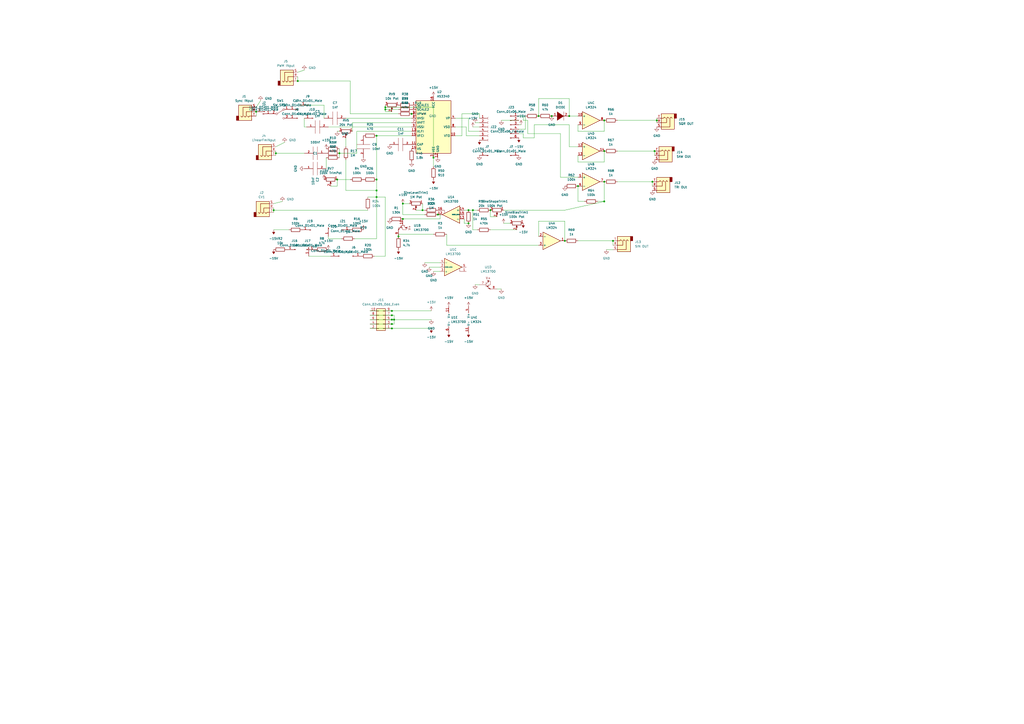
<source format=kicad_sch>
(kicad_sch (version 20211123) (generator eeschema)
  (paper "A2")
  (lib_symbols
    (symbol "Amplifier_Operational:LM13700" (pin_names (offset 0.127))
      (property "Reference" "U" (at 3.81 5.08 0))
      (property "Value" "LM13700" (at 5.08 -5.08 0))
      (symbol "LM13700_1_1"
        (pin output line (at 7.62 0 180) (length 2.54) (name "~") (number "12"))
        (pin input line (at -7.62 2.54 0) (length 2.54) (name "-") (number "13"))
        (pin input line (at -7.62 -2.54 0) (length 2.54) (name "+") (number "14"))
        (pin input line (at -7.62 0 0) (length 2.54) (name "DIODE_BIAS") (number "15"))
        (pin input line (at 7.62 -2.54 180) (length 2.54) (name "~") (number "16"))
      )
      (symbol "LM13700_2_1"
        (text "V+" (at -2.54 3.81 0) (effects (font (size 1.27 1.27))))
        (pin input line (at -7.62 0 0) (length 3.81) (name "~") (number "10"))
        (pin output line (at 2.54 -2.54 180) (length 3.81) (name "~") (number "9"))
      )
      (symbol "LM13700_3_1"
        (pin input line (at 7.62 -2.54 180) (length 2.54) (name "~") (number "1"))
        (pin input line (at -7.62 0 0) (length 2.54) (name "DIODE_BIAS") (number "2"))
        (pin input line (at -7.62 -2.54 0) (length 2.54) (name "+") (number "3"))
        (pin input line (at -7.62 2.54 0) (length 2.54) (name "-") (number "4"))
        (pin output line (at 7.62 0 180) (length 2.54) (name "~") (number "5"))
      )
      (symbol "LM13700_4_0"
        (text "V+" (at -2.54 3.81 0) (effects (font (size 1.27 1.27))))
      )
      (symbol "LM13700_4_1"
        (pin input line (at -7.62 0 0) (length 3.81) (name "~") (number "7"))
        (pin output line (at 2.54 -2.54 180) (length 3.81) (name "~") (number "8"))
      )
      (symbol "LM13700_5_1"
        (pin power_in line (at -2.54 7.62 270) (length 3.81) (name "V+") (number "11"))
        (pin power_in line (at -2.54 -7.62 90) (length 3.81) (name "V-") (number "6"))
      )
    )
    (symbol "Amplifier_Operational:LM324" (pin_names (offset 0.127))
      (property "Reference" "U" (at 0 5.08 0))
      (property "Value" "LM324" (at 0 -5.08 0))
      (symbol "LM324_1_1"
        (pin output line (at 7.62 0 180) (length 2.54) (name "~") (number "1"))
        (pin input line (at -7.62 -2.54 0) (length 2.54) (name "-") (number "2"))
        (pin input line (at -7.62 2.54 0) (length 2.54) (name "+") (number "3"))
      )
      (symbol "LM324_2_1"
        (pin input line (at -7.62 2.54 0) (length 2.54) (name "+") (number "5"))
        (pin input line (at -7.62 -2.54 0) (length 2.54) (name "-") (number "6"))
        (pin output line (at 7.62 0 180) (length 2.54) (name "~") (number "7"))
      )
      (symbol "LM324_3_1"
        (pin input line (at -7.62 2.54 0) (length 2.54) (name "+") (number "10"))
        (pin output line (at 7.62 0 180) (length 2.54) (name "~") (number "8"))
        (pin input line (at -7.62 -2.54 0) (length 2.54) (name "-") (number "9"))
      )
      (symbol "LM324_4_1"
        (pin input line (at -7.62 2.54 0) (length 2.54) (name "+") (number "12"))
        (pin input line (at -7.62 -2.54 0) (length 2.54) (name "-") (number "13"))
        (pin output line (at 7.62 0 180) (length 2.54) (name "~") (number "14"))
      )
      (symbol "LM324_5_1"
        (pin power_in line (at -2.54 -7.62 90) (length 3.81) (name "V-") (number "11"))
        (pin power_in line (at -2.54 7.62 270) (length 3.81) (name "V+") (number "4"))
      )
    )
    (symbol "Audio:AS3340"
      (property "Reference" "U" (at -5.08 17.78 0))
      (property "Value" "AS3340" (at 5.08 17.78 0))
      (symbol "AS3340_1_1"
        (pin input line (at -12.7 12.7 0) (length 2.54) (name "SCALE1") (number "1"))
        (pin output line (at 12.7 -5.08 180) (length 2.54) (name "VTO") (number "10"))
        (pin passive line (at -12.7 -10.16 0) (length 2.54) (name "CAP") (number "11"))
        (pin power_in line (at 2.54 -17.78 90) (length 2.54) (name "GND") (number "12"))
        (pin input line (at -12.7 -2.54 0) (length 2.54) (name "VLFI") (number "13"))
        (pin passive line (at -12.7 -12.7 0) (length 2.54) (name "VS") (number "14"))
        (pin input line (at -12.7 -5.08 0) (length 2.54) (name "VFCI") (number "15"))
        (pin power_in line (at 0 17.78 270) (length 2.54) (name "VCC") (number "16"))
        (pin input line (at -12.7 10.16 0) (length 2.54) (name "SCALE2") (number "2"))
        (pin power_in line (at 0 -17.78 90) (length 2.54) (name "VEE") (number "3"))
        (pin output line (at 12.7 5.08 180) (length 2.54) (name "VP") (number "4"))
        (pin input line (at -12.7 7.62 0) (length 2.54) (name "VPWM") (number "5"))
        (pin input line (at -12.7 5.08 0) (length 2.54) (name "VHSI") (number "6"))
        (pin input line (at -12.7 2.54 0) (length 2.54) (name "VHFT") (number "7"))
        (pin output line (at 12.7 0 180) (length 2.54) (name "VSO") (number "8"))
        (pin input line (at -12.7 0 0) (length 2.54) (name "VSSI") (number "9"))
      )
    )
    (symbol "Connector:AudioJack3"
      (property "Reference" "J" (at 0 8.89 0))
      (property "Value" "AudioJack3" (at 0 6.35 0))
      (symbol "AudioJack3_1_1"
        (pin passive line (at 5.08 0 180) (length 2.54) (name "~") (number "R"))
        (pin passive line (at 5.08 2.54 180) (length 2.54) (name "~") (number "S"))
        (pin passive line (at 5.08 -2.54 180) (length 2.54) (name "~") (number "T"))
      )
    )
    (symbol "Connector:Conn_01x01_Male" (pin_names (offset 1.016) hide)
      (property "Reference" "J" (at 0 2.54 0))
      (property "Value" "Conn_01x01_Male" (at 0 -2.54 0))
      (symbol "Conn_01x01_Male_1_1"
        (pin passive line (at 5.08 0 180) (length 3.81) (name "Pin_1") (number "1"))
      )
    )
    (symbol "Connector:Conn_01x06_Female" (pin_names (offset 1.016) hide)
      (property "Reference" "J" (at 0 7.62 0))
      (property "Value" "Conn_01x06_Female" (at 0 -10.16 0))
      (symbol "Conn_01x06_Female_1_1"
        (pin passive line (at -5.08 5.08 0) (length 3.81) (name "Pin_1") (number "1"))
        (pin passive line (at -5.08 2.54 0) (length 3.81) (name "Pin_2") (number "2"))
        (pin passive line (at -5.08 0 0) (length 3.81) (name "Pin_3") (number "3"))
        (pin passive line (at -5.08 -2.54 0) (length 3.81) (name "Pin_4") (number "4"))
        (pin passive line (at -5.08 -5.08 0) (length 3.81) (name "Pin_5") (number "5"))
        (pin passive line (at -5.08 -7.62 0) (length 3.81) (name "Pin_6") (number "6"))
      )
    )
    (symbol "Connector:Conn_01x06_Male" (pin_names (offset 1.016) hide)
      (property "Reference" "J" (at 0 7.62 0))
      (property "Value" "Conn_01x06_Male" (at 0 -10.16 0))
      (symbol "Conn_01x06_Male_1_1"
        (pin passive line (at 5.08 5.08 180) (length 3.81) (name "Pin_1") (number "1"))
        (pin passive line (at 5.08 2.54 180) (length 3.81) (name "Pin_2") (number "2"))
        (pin passive line (at 5.08 0 180) (length 3.81) (name "Pin_3") (number "3"))
        (pin passive line (at 5.08 -2.54 180) (length 3.81) (name "Pin_4") (number "4"))
        (pin passive line (at 5.08 -5.08 180) (length 3.81) (name "Pin_5") (number "5"))
        (pin passive line (at 5.08 -7.62 180) (length 3.81) (name "Pin_6") (number "6"))
      )
    )
    (symbol "Connector_Generic:Conn_02x05_Odd_Even" (pin_names (offset 1.016) hide)
      (property "Reference" "J" (at 1.27 7.62 0))
      (property "Value" "Conn_02x05_Odd_Even" (at 1.27 -7.62 0))
      (symbol "Conn_02x05_Odd_Even_1_1"
        (pin passive line (at -5.08 5.08 0) (length 3.81) (name "Pin_1") (number "1"))
        (pin passive line (at 7.62 -5.08 180) (length 3.81) (name "Pin_10") (number "10"))
        (pin passive line (at 7.62 5.08 180) (length 3.81) (name "Pin_2") (number "2"))
        (pin passive line (at -5.08 2.54 0) (length 3.81) (name "Pin_3") (number "3"))
        (pin passive line (at 7.62 2.54 180) (length 3.81) (name "Pin_4") (number "4"))
        (pin passive line (at -5.08 0 0) (length 3.81) (name "Pin_5") (number "5"))
        (pin passive line (at 7.62 0 180) (length 3.81) (name "Pin_6") (number "6"))
        (pin passive line (at -5.08 -2.54 0) (length 3.81) (name "Pin_7") (number "7"))
        (pin passive line (at 7.62 -2.54 180) (length 3.81) (name "Pin_8") (number "8"))
        (pin passive line (at -5.08 -5.08 0) (length 3.81) (name "Pin_9") (number "9"))
      )
    )
    (symbol "Device:R" (pin_numbers hide) (pin_names (offset 0))
      (property "Reference" "R" (at 2.032 0 90))
      (property "Value" "R" (at 0 0 90))
      (symbol "R_1_1"
        (pin passive line (at 0 3.81 270) (length 1.27) (name "~") (number "1"))
        (pin passive line (at 0 -3.81 90) (length 1.27) (name "~") (number "2"))
      )
    )
    (symbol "Device:R_Potentiometer" (pin_names (offset 1.016) hide)
      (property "Reference" "RV" (at -4.445 0 90))
      (property "Value" "R_Potentiometer" (at -2.54 0 90))
      (symbol "R_Potentiometer_1_1"
        (pin passive line (at 0 3.81 270) (length 1.27) (name "1") (number "1"))
        (pin passive line (at 3.81 0 180) (length 1.27) (name "2") (number "2"))
        (pin passive line (at 0 -3.81 90) (length 1.27) (name "3") (number "3"))
      )
    )
    (symbol "Switch:SW_SPDT" (pin_names (offset 0) hide)
      (property "Reference" "SW" (at 0 4.318 0))
      (property "Value" "SW_SPDT" (at 0 -5.08 0))
      (symbol "SW_SPDT_1_1"
        (pin passive line (at 5.08 2.54 180) (length 2.54) (name "A") (number "1"))
        (pin passive line (at -5.08 0 0) (length 2.54) (name "B") (number "2"))
        (pin passive line (at 5.08 -2.54 180) (length 2.54) (name "C") (number "3"))
      )
    )
    (symbol "power:+15V" (power) (pin_names (offset 0))
      (property "Value" "+15V" (at 0 3.556 0))
      (symbol "+15V_1_1"
        (pin power_in line (at 0 0 90) (length 0) hide (name "+15V") (number "1"))
      )
    )
    (symbol "power:-15V" (power) (pin_names (offset 0))
      (property "Value" "-15V" (at 0 3.81 0))
      (symbol "-15V_0_0"
        (pin power_in line (at 0 0 90) (length 0) hide (name "-15V") (number "1"))
      )
    )
    (symbol "power:GND" (power) (pin_names (offset 0))
      (property "Value" "GND" (at 0 -3.81 0))
      (symbol "GND_1_1"
        (pin power_in line (at 0 0 270) (length 0) hide (name "GND") (number "1"))
      )
    )
    (symbol "pspice:C" (pin_names (offset 0.254))
      (property "Reference" "C" (at 2.54 3.81 90))
      (property "Value" "C" (at 2.54 -3.81 90))
      (symbol "C_1_1"
        (pin passive line (at 0 6.35 270) (length 5.08) (name "~") (number "1"))
        (pin passive line (at 0 -6.35 90) (length 5.08) (name "~") (number "2"))
      )
    )
    (symbol "pspice:DIODE" (pin_names (offset 1.016) hide)
      (property "Reference" "D" (at 0 3.81 0))
      (property "Value" "DIODE" (at 0 -4.445 0))
      (symbol "DIODE_1_1"
        (pin input line (at -5.08 0 0) (length 3.81) (name "K") (number "1"))
        (pin input line (at 5.08 0 180) (length 3.81) (name "A") (number "2"))
      )
    )
  )
  (junction (at 227.33 187.96))
  (junction (at 335.28 107.95))
  (junction (at 350.52 116.84))
  (junction (at 350.52 87.63))
  (junction (at 172.72 46.99))
  (junction (at 350.52 69.85))
  (junction (at 233.68 127))
  (junction (at 330.2 67.31))
  (junction (at 231.14 137.16))
  (junction (at 378.46 105.41))
  (junction (at 218.44 114.3))
  (junction (at 238.76 66.04))
  (junction (at 251.46 91.44))
  (junction (at 148.59 64.77))
  (junction (at 195.58 104.14))
  (junction (at 312.42 67.31))
  (junction (at 254 124.46))
  (junction (at 218.44 78.74))
  (junction (at 196.85 88.9))
  (junction (at 245.11 121.92))
  (junction (at 227.33 180.34))
  (junction (at 227.33 182.88))
  (junction (at 233.68 118.11))
  (junction (at 160.02 88.9))
  (junction (at 218.44 104.14))
  (junction (at 223.52 62.23))
  (junction (at 274.32 121.92))
  (junction (at 379.73 87.63))
  (junction (at 228.6 185.42))
  (junction (at 271.78 129.54))
  (junction (at 350.52 105.41))
  (junction (at 218.44 110.49))
  (junction (at 381 69.85))
  (junction (at 284.48 121.92))
  (junction (at 327.66 139.7))
  (junction (at 223.52 63.5))
  (junction (at 271.78 121.92))
  (junction (at 158.75 121.92))
  (junction (at 355.6 139.7))
  (junction (at 320.04 67.31))
  (junction (at 227.33 185.42))
  (junction (at 227.33 190.5))
  (wire (pts (xy 228.6 185.42) (xy 250.19 185.42)))
  (wire (pts (xy 379.73 87.63) (xy 379.73 90.17)))
  (wire (pts (xy 187.96 60.96) (xy 173.99 60.96)))
  (wire (pts (xy 238.76 71.12) (xy 204.47 71.12)))
  (wire (pts (xy 270.51 78.74) (xy 278.13 78.74)))
  (wire (pts (xy 223.52 63.5) (xy 223.52 62.23)))
  (wire (pts (xy 214.63 182.88) (xy 227.33 182.88)))
  (wire (pts (xy 312.42 128.27) (xy 327.66 128.27)))
  (wire (pts (xy 248.92 154.94) (xy 255.27 154.94)))
  (wire (pts (xy 330.2 72.39) (xy 309.88 72.39)))
  (wire (pts (xy 300.99 72.39) (xy 302.26 72.39)))
  (wire (pts (xy 223.52 114.3) (xy 223.52 148.59)))
  (wire (pts (xy 330.2 57.15) (xy 312.42 57.15)))
  (wire (pts (xy 284.48 125.73) (xy 288.29 125.73)))
  (wire (pts (xy 259.08 135.89) (xy 259.08 142.24)))
  (wire (pts (xy 214.63 185.42) (xy 227.33 185.42)))
  (wire (pts (xy 306.07 77.47) (xy 306.07 69.85)))
  (wire (pts (xy 378.46 105.41) (xy 378.46 107.95)))
  (wire (pts (xy 233.68 127) (xy 255.27 127)))
  (wire (pts (xy 160.02 87.63) (xy 160.02 88.9)))
  (wire (pts (xy 251.46 157.48) (xy 255.27 157.48)))
  (wire (pts (xy 303.53 69.85) (xy 303.53 67.31)))
  (wire (pts (xy 205.74 138.43) (xy 218.44 138.43)))
  (wire (pts (xy 231.14 135.89) (xy 231.14 137.16)))
  (wire (pts (xy 233.68 124.46) (xy 246.38 124.46)))
  (wire (pts (xy 227.33 185.42) (xy 228.6 185.42)))
  (wire (pts (xy 227.33 187.96) (xy 228.6 187.96)))
  (wire (pts (xy 350.52 116.84) (xy 327.66 121.92)))
  (wire (pts (xy 190.5 137.16) (xy 190.5 138.43)))
  (wire (pts (xy 195.58 104.14) (xy 203.2 104.14)))
  (wire (pts (xy 351.79 144.78) (xy 355.6 144.78)))
  (wire (pts (xy 358.14 69.85) (xy 381 69.85)))
  (wire (pts (xy 218.44 110.49) (xy 218.44 114.3)))
  (wire (pts (xy 350.52 105.41) (xy 350.52 116.84)))
  (wire (pts (xy 278.13 68.58) (xy 278.13 66.04)))
  (wire (pts (xy 158.75 121.92) (xy 158.75 123.19)))
  (wire (pts (xy 304.8 74.93) (xy 300.99 74.93)))
  (wire (pts (xy 259.08 142.24) (xy 312.42 142.24)))
  (wire (pts (xy 158.75 120.65) (xy 158.75 121.92)))
  (wire (pts (xy 271.78 68.58) (xy 264.16 68.58)))
  (wire (pts (xy 163.83 116.84) (xy 158.75 118.11)))
  (wire (pts (xy 151.13 58.42) (xy 148.59 62.23)))
  (wire (pts (xy 350.52 76.2) (xy 350.52 69.85)))
  (wire (pts (xy 179.07 148.59) (xy 191.77 148.59)))
  (wire (pts (xy 330.2 67.31) (xy 335.28 67.31)))
  (wire (pts (xy 271.78 76.2) (xy 271.78 68.58)))
  (wire (pts (xy 325.12 77.47) (xy 325.12 102.87)))
  (wire (pts (xy 227.33 64.77) (xy 223.52 64.77)))
  (wire (pts (xy 335.28 76.2) (xy 350.52 76.2)))
  (wire (pts (xy 227.33 182.88) (xy 228.6 182.88)))
  (wire (pts (xy 195.58 76.2) (xy 196.85 76.2)))
  (wire (pts (xy 358.14 105.41) (xy 378.46 105.41)))
  (wire (pts (xy 335.28 93.98) (xy 350.52 93.98)))
  (wire (pts (xy 218.44 78.74) (xy 238.76 78.74)))
  (wire (pts (xy 165.1 82.55) (xy 160.02 85.09)))
  (wire (pts (xy 325.12 77.47) (xy 306.07 77.47)))
  (wire (pts (xy 217.17 148.59) (xy 223.52 148.59)))
  (wire (pts (xy 335.28 107.95) (xy 335.28 116.84)))
  (wire (pts (xy 274.32 133.35) (xy 276.86 133.35)))
  (wire (pts (xy 200.66 92.71) (xy 200.66 110.49)))
  (wire (pts (xy 251.46 96.52) (xy 251.46 91.44)))
  (wire (pts (xy 303.53 80.01) (xy 303.53 77.47)))
  (wire (pts (xy 335.28 116.84) (xy 339.09 116.84)))
  (wire (pts (xy 214.63 190.5) (xy 227.33 190.5)))
  (wire (pts (xy 278.13 66.04) (xy 267.97 66.04)))
  (wire (pts (xy 233.68 118.11) (xy 237.49 118.11)))
  (wire (pts (xy 290.83 69.85) (xy 300.99 69.85)))
  (wire (pts (xy 270.51 73.66) (xy 270.51 78.74)))
  (wire (pts (xy 190.5 73.66) (xy 238.76 73.66)))
  (wire (pts (xy 304.8 67.31) (xy 304.8 74.93)))
  (wire (pts (xy 303.53 77.47) (xy 300.99 77.47)))
  (wire (pts (xy 325.12 102.87) (xy 335.28 102.87)))
  (wire (pts (xy 335.28 72.39) (xy 335.28 76.2)))
  (wire (pts (xy 312.42 57.15) (xy 312.42 67.31)))
  (wire (pts (xy 214.63 180.34) (xy 227.33 180.34)))
  (wire (pts (xy 200.66 80.01) (xy 200.66 85.09)))
  (wire (pts (xy 269.24 129.54) (xy 271.78 129.54)))
  (wire (pts (xy 227.33 180.34) (xy 250.19 180.34)))
  (wire (pts (xy 176.53 40.64) (xy 172.72 41.91)))
  (wire (pts (xy 218.44 114.3) (xy 218.44 138.43)))
  (wire (pts (xy 228.6 182.88) (xy 228.6 185.42)))
  (wire (pts (xy 267.97 78.74) (xy 264.16 78.74)))
  (wire (pts (xy 330.2 67.31) (xy 330.2 57.15)))
  (wire (pts (xy 203.2 66.04) (xy 231.14 66.04)))
  (wire (pts (xy 196.85 86.36) (xy 196.85 88.9)))
  (wire (pts (xy 381 69.85) (xy 381 71.12)))
  (wire (pts (xy 309.88 72.39) (xy 309.88 80.01)))
  (wire (pts (xy 148.59 64.77) (xy 148.59 67.31)))
  (wire (pts (xy 284.48 133.35) (xy 299.72 133.35)))
  (wire (pts (xy 231.14 135.89) (xy 251.46 135.89)))
  (wire (pts (xy 207.01 76.2) (xy 238.76 76.2)))
  (wire (pts (xy 350.52 93.98) (xy 350.52 87.63)))
  (wire (pts (xy 207.01 76.2) (xy 207.01 88.9)))
  (wire (pts (xy 191.77 107.95) (xy 195.58 107.95)))
  (wire (pts (xy 271.78 121.92) (xy 274.32 121.92)))
  (wire (pts (xy 213.36 114.3) (xy 218.44 114.3)))
  (wire (pts (xy 223.52 64.77) (xy 223.52 63.5)))
  (wire (pts (xy 223.52 62.23) (xy 223.52 60.96)))
  (wire (pts (xy 284.48 121.92) (xy 284.48 125.73)))
  (wire (pts (xy 233.68 118.11) (xy 233.68 124.46)))
  (wire (pts (xy 172.72 44.45) (xy 172.72 46.99)))
  (wire (pts (xy 335.28 90.17) (xy 335.28 93.98)))
  (wire (pts (xy 241.3 121.92) (xy 245.11 121.92)))
  (wire (pts (xy 251.46 62.23) (xy 251.46 91.44)))
  (wire (pts (xy 327.66 121.92) (xy 292.1 121.92)))
  (wire (pts (xy 223.52 63.5) (xy 231.14 63.5)))
  (wire (pts (xy 223.52 62.23) (xy 251.46 62.23)))
  (wire (pts (xy 278.13 76.2) (xy 271.78 76.2)))
  (wire (pts (xy 177.8 73.66) (xy 176.53 73.66)))
  (wire (pts (xy 196.85 91.44) (xy 196.85 88.9)))
  (wire (pts (xy 158.75 133.35) (xy 167.64 133.35)))
  (wire (pts (xy 309.88 80.01) (xy 303.53 80.01)))
  (wire (pts (xy 158.75 121.92) (xy 213.36 121.92)))
  (wire (pts (xy 274.32 121.92) (xy 276.86 121.92)))
  (wire (pts (xy 218.44 78.74) (xy 218.44 104.14)))
  (wire (pts (xy 245.11 118.11) (xy 245.11 121.92)))
  (wire (pts (xy 300.99 67.31) (xy 303.53 67.31)))
  (wire (pts (xy 218.44 104.14) (xy 218.44 110.49)))
  (wire (pts (xy 200.66 110.49) (xy 218.44 110.49)))
  (wire (pts (xy 358.14 87.63) (xy 379.73 87.63)))
  (wire (pts (xy 275.59 165.1) (xy 278.13 165.1)))
  (wire (pts (xy 274.32 121.92) (xy 274.32 133.35)))
  (wire (pts (xy 335.28 139.7) (xy 355.6 139.7)))
  (wire (pts (xy 350.52 116.84) (xy 346.71 116.84)))
  (wire (pts (xy 218.44 114.3) (xy 223.52 114.3)))
  (wire (pts (xy 228.6 185.42) (xy 228.6 187.96)))
  (wire (pts (xy 330.2 85.09) (xy 335.28 85.09)))
  (wire (pts (xy 246.38 152.4) (xy 255.27 152.4)))
  (wire (pts (xy 255.27 127) (xy 255.27 124.46)))
  (wire (pts (xy 267.97 66.04) (xy 267.97 78.74)))
  (wire (pts (xy 176.53 68.58) (xy 176.53 73.66)))
  (wire (pts (xy 245.11 121.92) (xy 246.38 121.92)))
  (wire (pts (xy 274.32 73.66) (xy 278.13 73.66)))
  (wire (pts (xy 288.29 167.64) (xy 290.83 167.64)))
  (wire (pts (xy 214.63 187.96) (xy 227.33 187.96)))
  (wire (pts (xy 204.47 71.12) (xy 204.47 76.2)))
  (wire (pts (xy 306.07 69.85) (xy 303.53 69.85)))
  (wire (pts (xy 176.53 88.9) (xy 160.02 88.9)))
  (wire (pts (xy 269.24 127) (xy 269.24 129.54)))
  (wire (pts (xy 312.42 137.16) (xy 312.42 128.27)))
  (wire (pts (xy 203.2 66.04) (xy 203.2 46.99)))
  (wire (pts (xy 195.58 107.95) (xy 195.58 104.14)))
  (wire (pts (xy 189.23 91.44) (xy 189.23 97.79)))
  (wire (pts (xy 187.96 60.96) (xy 187.96 68.58)))
  (wire (pts (xy 355.6 139.7) (xy 355.6 142.24)))
  (wire (pts (xy 292.1 129.54) (xy 295.91 129.54)))
  (wire (pts (xy 207.01 88.9) (xy 196.85 88.9)))
  (wire (pts (xy 264.16 73.66) (xy 270.51 73.66)))
  (wire (pts (xy 330.2 72.39) (xy 330.2 85.09)))
  (wire (pts (xy 200.66 68.58) (xy 238.76 68.58)))
  (wire (pts (xy 172.72 46.99) (xy 203.2 46.99)))
  (wire (pts (xy 160.02 88.9) (xy 160.02 90.17)))
  (wire (pts (xy 381 68.58) (xy 381 69.85)))
  (wire (pts (xy 255.27 124.46) (xy 254 124.46)))
  (wire (pts (xy 327.66 128.27) (xy 327.66 139.7)))
  (wire (pts (xy 227.33 190.5) (xy 250.19 190.5)))
  (wire (pts (xy 190.5 138.43) (xy 198.12 138.43)))
  (wire (pts (xy 275.59 71.12) (xy 278.13 71.12)))
  (wire (pts (xy 269.24 121.92) (xy 271.78 121.92)))
  (symbol (lib_id "Connector:AudioJack3") (at 153.67 120.65 0) (unit 1)
    (property "Reference" "J2" (at 151.765 111.76 0))
    (property "Value" "CV1" (at 151.765 114.3 0))
    (property "Footprint" "Connector_Audio:Jack_3.5mm_Switronic_ST-005-G_horizontal" (effects hide))
  )
  (symbol (lib_id "power:GND") (at 163.83 116.84 180) (unit 1)
    (property "Reference" "#PWR0121" (effects hide))
    (property "Value" "GND" (at 166.37 115.5699 0) (effects (justify right)))
  )
  (symbol (lib_id "Amplifier_Operational:LM13700") (at 262.89 185.42 0) (unit 5)
    (property "Reference" "U1" (at 261.62 184.1499 0) (effects (justify left)))
    (property "Value" "LM13700" (at 261.62 186.6899 0) (effects (justify left)))
    (property "Footprint" "Package_DIP:DIP-16_W7.62mm" (effects hide))
    (property "Datasheet" "http://www.ti.com/lit/ds/symlink/lm13700.pdf" (effects hide))
  )
  (symbol (lib_id "Device:R") (at 231.14 140.97 180) (unit 1)
    (property "Reference" "R34" (at 233.68 139.6999 0) (effects (justify right)))
    (property "Value" "4.7k" (at 233.68 142.2399 0) (effects (justify right)))
    (property "Footprint" "Resistor_SMD:R_1206_3216Metric_Pad1.30x1.75mm_HandSolder" (effects hide))
  )
  (symbol (lib_id "Amplifier_Operational:LM324") (at 342.9 87.63 0) (unit 4)
    (property "Reference" "U4" (at 342.9 77.47 0))
    (property "Value" "LM324" (at 342.9 80.01 0))
    (property "Footprint" "Package_DIP:DIP-14_W7.62mm" (effects hide))
    (property "Datasheet" "http://www.ti.com/lit/ds/symlink/lm2902-n.pdf" (effects hide))
  )
  (symbol (lib_id "pspice:DIODE") (at 325.12 67.31 0) (unit 1)
    (property "Reference" "D1" (at 325.12 59.69 0))
    (property "Value" "DIODE" (at 325.12 62.23 0))
    (property "Footprint" "Capacitor_THT:C_Disc_D3.0mm_W1.6mm_P2.50mm" (effects hide))
  )
  (symbol (lib_id "Connector:AudioJack3") (at 167.64 44.45 0) (unit 1)
    (property "Reference" "J5" (at 165.735 35.56 0))
    (property "Value" "PWM INput" (at 165.735 38.1 0))
    (property "Footprint" "Connector_Audio:Jack_3.5mm_Switronic_ST-005-G_horizontal" (effects hide))
  )
  (symbol (lib_id "power:+15V") (at 260.35 177.8 0) (unit 1)
    (property "Reference" "#PWR0161" (effects hide))
    (property "Value" "+15V" (at 260.35 172.72 0))
  )
  (symbol (lib_id "power:GND") (at 250.19 185.42 0) (unit 1)
    (property "Reference" "#PWR0109" (effects hide))
    (property "Value" "GND" (at 250.19 190.5 0))
  )
  (symbol (lib_id "Device:R") (at 280.67 133.35 90) (unit 1)
    (property "Reference" "R55" (at 280.67 127 90))
    (property "Value" "470k" (at 280.67 129.54 90))
    (property "Footprint" "Resistor_SMD:R_1206_3216Metric_Pad1.30x1.75mm_HandSolder" (effects hide))
  )
  (symbol (lib_id "Device:R") (at 213.36 118.11 0) (unit 1)
    (property "Reference" "R24" (at 215.9 116.8399 0) (effects (justify left)))
    (property "Value" "100k" (at 215.9 119.3799 0) (effects (justify left)))
    (property "Footprint" "Resistor_SMD:R_1206_3216Metric_Pad1.30x1.75mm_HandSolder" (effects hide))
  )
  (symbol (lib_id "power:GND") (at 226.06 83.82 0) (unit 1)
    (property "Reference" "#PWR0116" (effects hide))
    (property "Value" "GND" (at 226.06 88.9 0))
  )
  (symbol (lib_id "Device:R_Potentiometer") (at 191.77 104.14 270) (unit 1)
    (property "Reference" "RV7" (at 191.77 97.79 90))
    (property "Value" "100k TrimPot" (at 191.77 100.33 90))
    (property "Footprint" "Potentiometer_THT:Potentiometer_ACP_CA6-H2,5_Horizontal" (effects hide))
  )
  (symbol (lib_id "Device:R") (at 280.67 121.92 90) (unit 1)
    (property "Reference" "R54" (at 279.4 116.84 90))
    (property "Value" "20k" (at 279.4 119.38 90))
    (property "Footprint" "Resistor_SMD:R_1206_3216Metric_Pad1.30x1.75mm_HandSolder" (effects hide))
  )
  (symbol (lib_id "power:-15V") (at 278.13 81.28 180) (unit 1)
    (property "Reference" "#PWR02" (effects hide))
    (property "Value" "-15V" (at 278.13 86.36 0))
  )
  (symbol (lib_id "Device:R") (at 213.36 148.59 90) (unit 1)
    (property "Reference" "R20" (at 213.36 142.24 90))
    (property "Value" "100k" (at 213.36 144.78 90))
    (property "Footprint" "Resistor_SMD:R_1206_3216Metric_Pad1.30x1.75mm_HandSolder" (effects hide))
  )
  (symbol (lib_id "Connector:AudioJack3") (at 386.08 71.12 180) (unit 1)
    (property "Reference" "J15" (at 393.7 69.2149 0) (effects (justify right)))
    (property "Value" "SQR OUT" (at 393.7 71.7549 0) (effects (justify right)))
    (property "Footprint" "Connector_Audio:Jack_3.5mm_Switronic_ST-005-G_horizontal" (effects hide))
  )
  (symbol (lib_id "power:+15V") (at 302.26 72.39 0) (unit 1)
    (property "Reference" "#PWR05" (effects hide))
    (property "Value" "+15V" (at 302.26 67.31 0))
  )
  (symbol (lib_id "Audio:AS3340") (at 251.46 73.66 0) (unit 1)
    (property "Reference" "U2" (at 253.4794 53.34 0) (effects (justify left)))
    (property "Value" "AS3340" (at 253.4794 55.88 0) (effects (justify left)))
    (property "Footprint" "Package_DIP:DIP-16_W7.62mm" (effects hide))
    (property "Datasheet" "http://www.alfarzpp.lv/eng/sc/AS3340.pdf" (effects hide))
  )
  (symbol (lib_id "power:GND") (at 251.46 157.48 0) (unit 1)
    (property "Reference" "#PWR0126" (effects hide))
    (property "Value" "GND" (at 251.46 162.56 0))
  )
  (symbol (lib_id "Device:R") (at 271.78 125.73 180) (unit 1)
    (property "Reference" "R51" (at 274.32 124.4599 0) (effects (justify right)))
    (property "Value" "1k" (at 274.32 126.9999 0) (effects (justify right)))
    (property "Footprint" "Resistor_SMD:R_1206_3216Metric_Pad1.30x1.75mm_HandSolder" (effects hide))
  )
  (symbol (lib_id "Connector:Conn_01x01_Male") (at 190.5 132.08 270) (unit 1)
    (property "Reference" "J20" (at 191.77 131.4449 90) (effects (justify left)))
    (property "Value" "Conn_01x01_Male" (at 191.77 133.9849 90) (effects (justify left)))
    (property "Footprint" "Connector_PinHeader_2.54mm:PinHeader_1x01_P2.54mm_Vertical" (effects hide))
  )
  (symbol (lib_id "Device:R") (at 331.47 139.7 90) (unit 1)
    (property "Reference" "R69" (at 331.47 133.35 90))
    (property "Value" "1k" (at 331.47 135.89 90))
    (property "Footprint" "Resistor_SMD:R_1206_3216Metric_Pad1.30x1.75mm_HandSolder" (effects hide))
  )
  (symbol (lib_id "Device:R") (at 354.33 69.85 90) (unit 1)
    (property "Reference" "R66" (at 354.33 63.5 90))
    (property "Value" "1k" (at 354.33 66.04 90))
    (property "Footprint" "Resistor_SMD:R_1206_3216Metric_Pad1.30x1.75mm_HandSolder" (effects hide))
  )
  (symbol (lib_id "power:+15V") (at 274.32 73.66 0) (unit 1)
    (property "Reference" "#PWR01" (effects hide))
    (property "Value" "+15V" (at 274.32 68.58 0))
  )
  (symbol (lib_id "power:GND") (at 275.59 165.1 0) (unit 1)
    (property "Reference" "#PWR0117" (effects hide))
    (property "Value" "GND" (at 275.59 170.18 0))
  )
  (symbol (lib_id "Device:R") (at 250.19 124.46 90) (unit 1)
    (property "Reference" "R37" (at 250.19 118.11 90))
    (property "Value" "1M" (at 250.19 120.65 90))
    (property "Footprint" "Resistor_THT:R_Axial_DIN0204_L3.6mm_D1.6mm_P5.08mm_Horizontal" (effects hide))
  )
  (symbol (lib_id "power:GND") (at 381 73.66 0) (unit 1)
    (property "Reference" "#PWR0164" (effects hide))
    (property "Value" "GND" (at 381 78.74 0))
  )
  (symbol (lib_id "power:+15V") (at 292.1 129.54 0) (unit 1)
    (property "Reference" "#PWR0157" (effects hide))
    (property "Value" "+15V" (at 292.1 124.46 0))
  )
  (symbol (lib_id "Amplifier_Operational:LM13700") (at 262.89 154.94 0) (unit 3)
    (property "Reference" "U1" (at 262.89 144.78 0))
    (property "Value" "LM13700" (at 262.89 147.32 0))
    (property "Footprint" "Package_DIP:DIP-16_W7.62mm" (effects hide))
    (property "Datasheet" "http://www.ti.com/lit/ds/symlink/lm13700.pdf" (effects hide))
  )
  (symbol (lib_id "power:+15V") (at 210.82 133.35 0) (unit 1)
    (property "Reference" "#PWR0122" (effects hide))
    (property "Value" "+15V" (at 210.82 128.27 0))
  )
  (symbol (lib_id "pspice:C") (at 182.88 88.9 270) (unit 1)
    (property "Reference" "C1" (at 182.88 88.9 90))
    (property "Value" "100nf" (at 182.88 82.55 90))
    (property "Footprint" "Capacitor_THT:C_Disc_D3.0mm_W1.6mm_P2.50mm" (effects hide))
  )
  (symbol (lib_id "power:GND") (at 195.58 76.2 0) (unit 1)
    (property "Reference" "#PWR0106" (effects hide))
    (property "Value" "GND" (at 198.12 77.4699 0) (effects (justify left)))
  )
  (symbol (lib_id "power:-15V") (at 251.46 104.14 180) (unit 1)
    (property "Reference" "#PWR0170" (effects hide))
    (property "Value" "-15V" (at 251.46 109.22 0))
  )
  (symbol (lib_id "power:GND") (at 275.59 71.12 180) (unit 1)
    (property "Reference" "#PWR03" (effects hide))
    (property "Value" "GND" (at 275.59 66.04 0))
  )
  (symbol (lib_id "Connector:Conn_01x06_Male") (at 295.91 72.39 0) (unit 1)
    (property "Reference" "J23" (at 296.545 62.23 0))
    (property "Value" "Conn_01x06_Male" (at 296.545 64.77 0))
    (property "Footprint" "Connector_PinHeader_2.54mm:PinHeader_1x06_P2.54mm_Vertical" (effects hide))
  )
  (symbol (lib_id "Device:R") (at 234.95 63.5 90) (unit 1)
    (property "Reference" "R39" (at 234.95 57.15 90))
    (property "Value" "5.6k" (at 234.95 59.69 90))
    (property "Footprint" "Resistor_THT:R_Axial_DIN0204_L3.6mm_D1.6mm_P5.08mm_Horizontal" (effects hide))
  )
  (symbol (lib_id "Connector:Conn_01x01_Male") (at 152.4 66.04 0) (unit 1)
    (property "Reference" "J?" (at 153.035 60.96 0))
    (property "Value" "Conn_01x01_Male" (at 153.035 63.5 0))
    (property "Footprint" "Connector_PinHeader_2.54mm:PinHeader_1x01_P2.54mm_Vertical" (effects hide))
  )
  (symbol (lib_id "Amplifier_Operational:LM13700") (at 233.68 134.62 270) (unit 2)
    (property "Reference" "U1" (at 240.03 130.8099 90) (effects (justify left)))
    (property "Value" "LM13700" (at 240.03 133.3499 90) (effects (justify left)))
    (property "Footprint" "Package_DIP:DIP-16_W7.62mm" (effects hide))
    (property "Datasheet" "http://www.ti.com/lit/ds/symlink/lm13700.pdf" (effects hide))
  )
  (symbol (lib_id "power:GND") (at 246.38 152.4 0) (unit 1)
    (property "Reference" "#PWR0119" (effects hide))
    (property "Value" "GND" (at 246.38 157.48 0))
  )
  (symbol (lib_id "Device:R") (at 250.19 121.92 90) (unit 1)
    (property "Reference" "R36" (at 250.19 115.57 90))
    (property "Value" "100k" (at 250.19 118.11 90))
    (property "Footprint" "Resistor_SMD:R_1206_3216Metric_Pad1.30x1.75mm_HandSolder" (effects hide))
  )
  (symbol (lib_id "Device:R_Potentiometer") (at 200.66 76.2 270) (unit 1)
    (property "Reference" "RV5" (at 200.66 69.85 90))
    (property "Value" "20k Pot" (at 200.66 72.39 90))
    (property "Footprint" "Potentiometer_THT:Potentiometer_ACP_CA6-H2,5_Horizontal" (effects hide))
  )
  (symbol (lib_id "Connector:AudioJack3") (at 384.81 90.17 180) (unit 1)
    (property "Reference" "J14" (at 392.43 88.2649 0) (effects (justify right)))
    (property "Value" "SAW OUt" (at 392.43 90.8049 0) (effects (justify right)))
    (property "Footprint" "Connector_Audio:Jack_3.5mm_Switronic_ST-005-G_horizontal" (effects hide))
  )
  (symbol (lib_id "Device:R_Potentiometer") (at 227.33 60.96 270) (unit 1)
    (property "Reference" "RV9" (at 227.33 54.61 90))
    (property "Value" "10k Pot" (at 227.33 57.15 90))
    (property "Footprint" "Potentiometer_THT:Potentiometer_ACP_CA6-H2,5_Horizontal" (effects hide))
  )
  (symbol (lib_id "power:GND") (at 248.92 154.94 0) (unit 1)
    (property "Reference" "#PWR0120" (effects hide))
    (property "Value" "GND" (at 248.92 160.02 0))
  )
  (symbol (lib_id "Device:R") (at 242.57 66.04 90) (unit 1)
    (property "Reference" "R48" (at 242.57 59.69 90))
    (property "Value" "47k" (at 242.57 62.23 90))
    (property "Footprint" "Resistor_THT:R_Axial_DIN0204_L3.6mm_D1.6mm_P5.08mm_Horizontal" (effects hide))
  )
  (symbol (lib_id "Device:R") (at 316.23 67.31 90) (unit 1)
    (property "Reference" "R60" (at 316.23 60.96 90))
    (property "Value" "47k" (at 316.23 63.5 90))
    (property "Footprint" "Resistor_THT:R_Axial_DIN0204_L3.6mm_D1.6mm_P5.08mm_Horizontal" (effects hide))
  )
  (symbol (lib_id "pspice:C") (at 210.82 85.09 0) (unit 1)
    (property "Reference" "C9" (at 215.9 83.8199 0) (effects (justify left)))
    (property "Value" "10nf" (at 215.9 86.3599 0) (effects (justify left)))
    (property "Footprint" "Capacitor_SMD:C_1206_3216Metric_Pad1.33x1.80mm_HandSolder" (effects hide))
  )
  (symbol (lib_id "Connector:Conn_01x01_Male") (at 179.07 60.96 180) (unit 1)
    (property "Reference" "J9" (at 178.435 55.88 0))
    (property "Value" "Conn_01x01_Male" (at 178.435 58.42 0))
    (property "Footprint" "Connector_PinHeader_2.54mm:PinHeader_1x01_P2.54mm_Vertical" (effects hide))
  )
  (symbol (lib_id "Device:R") (at 255.27 135.89 90) (unit 1)
    (property "Reference" "R3" (at 255.27 129.54 90))
    (property "Value" "1k" (at 255.27 132.08 90))
    (property "Footprint" "Resistor_SMD:R_1206_3216Metric_Pad1.30x1.75mm_HandSolder" (effects hide))
  )
  (symbol (lib_id "power:-15V") (at 260.35 193.04 180) (unit 1)
    (property "Reference" "#PWR0159" (effects hide))
    (property "Value" "-15V" (at 260.35 198.12 0))
  )
  (symbol (lib_id "Device:R") (at 234.95 66.04 90) (unit 1)
    (property "Reference" "R40" (at 234.95 59.69 90))
    (property "Value" "47k" (at 234.95 62.23 90))
    (property "Footprint" "Resistor_THT:R_Axial_DIN0204_L3.6mm_D1.6mm_P5.08mm_Horizontal" (effects hide))
  )
  (symbol (lib_id "Device:R") (at 186.69 144.78 90) (unit 1)
    (property "Reference" "R8" (at 186.69 138.43 90))
    (property "Value" "47k" (at 186.69 140.97 90))
    (property "Footprint" "Resistor_THT:R_Axial_DIN0204_L3.6mm_D1.6mm_P5.08mm_Horizontal" (effects hide))
  )
  (symbol (lib_id "power:-15V") (at 271.78 193.04 180) (unit 1)
    (property "Reference" "#PWR0160" (effects hide))
    (property "Value" "-15V" (at 271.78 198.12 0))
  )
  (symbol (lib_id "power:GND") (at 351.79 144.78 0) (unit 1)
    (property "Reference" "#PWR0169" (effects hide))
    (property "Value" "GND" (at 351.79 149.86 0))
  )
  (symbol (lib_id "Switch:SW_SPDT") (at 162.56 66.04 0) (unit 1)
    (property "Reference" "SW1" (at 162.56 58.42 0))
    (property "Value" "SW_SPDT" (at 162.56 60.96 0))
    (property "Footprint" "Potentiometer_THT:Potentiometer_ACP_CA6-H2,5_Horizontal" (effects hide))
  )
  (symbol (lib_id "Connector:Conn_01x01_Male") (at 283.21 90.17 180) (unit 1)
    (property "Reference" "J?" (at 282.575 85.09 0))
    (property "Value" "Conn_01x01_Male" (at 282.575 87.63 0))
    (property "Footprint" "Connector_PinHeader_2.54mm:PinHeader_1x01_P2.54mm_Vertical" (effects hide))
  )
  (symbol (lib_id "power:GND") (at 165.1 82.55 180) (unit 1)
    (property "Reference" "#PWR0104" (effects hide))
    (property "Value" "GND" (at 167.64 81.2799 0) (effects (justify right)))
  )
  (symbol (lib_id "Connector:AudioJack3") (at 154.94 87.63 0) (unit 1)
    (property "Reference" "J4" (at 153.035 78.74 0))
    (property "Value" "LinearFmINput" (at 153.035 81.28 0))
    (property "Footprint" "Connector_Audio:Jack_3.5mm_Switronic_ST-005-G_horizontal" (effects hide))
  )
  (symbol (lib_id "power:GND") (at 254 91.44 0) (unit 1)
    (property "Reference" "#PWR0171" (effects hide))
    (property "Value" "GND" (at 254 96.52 0))
  )
  (symbol (lib_id "Connector:Conn_01x01_Male") (at 179.07 143.51 270) (unit 1)
    (property "Reference" "J18" (at 180.34 142.8749 90) (effects (justify left)))
    (property "Value" "Conn_01x01_Male" (at 180.34 145.4149 90) (effects (justify left)))
    (property "Footprint" "Connector_PinHeader_2.54mm:PinHeader_1x01_P2.54mm_Vertical" (effects hide))
  )
  (symbol (lib_id "power:+15V") (at 190.5 144.78 0) (unit 1)
    (property "Reference" "#PWR0123" (effects hide))
    (property "Value" "+15V" (at 190.5 139.7 0))
  )
  (symbol (lib_id "Device:R") (at 162.56 144.78 90) (unit 1)
    (property "Reference" "R2" (at 162.56 138.43 90))
    (property "Value" "10k" (at 162.56 140.97 90))
    (property "Footprint" "Resistor_SMD:R_1206_3216Metric_Pad1.30x1.75mm_HandSolder" (effects hide))
  )
  (symbol (lib_id "Amplifier_Operational:LM13700") (at 261.62 124.46 180) (unit 1)
    (property "Reference" "U1" (at 261.62 114.3 0))
    (property "Value" "LM13700" (at 261.62 116.84 0))
    (property "Footprint" "Package_DIP:DIP-16_W7.62mm" (effects hide))
    (property "Datasheet" "http://www.ti.com/lit/ds/symlink/lm13700.pdf" (effects hide))
  )
  (symbol (lib_id "Connector:Conn_01x01_Male") (at 198.12 133.35 0) (unit 1)
    (property "Reference" "J21" (at 198.755 128.27 0))
    (property "Value" "Conn_01x01_Male" (at 198.755 130.81 0))
    (property "Footprint" "Connector_PinHeader_2.54mm:PinHeader_1x01_P2.54mm_Vertical" (effects hide))
  )
  (symbol (lib_id "pspice:C") (at 184.15 73.66 90) (unit 1)
    (property "Reference" "C3" (at 184.15 64.77 90))
    (property "Value" "1nf" (at 184.15 67.31 90))
    (property "Footprint" "Capacitor_SMD:C_1206_3216Metric_Pad1.33x1.80mm_HandSolder" (effects hide))
  )
  (symbol (lib_id "power:+15V") (at 233.68 118.11 0) (unit 1)
    (property "Reference" "#PWR0113" (effects hide))
    (property "Value" "+15V" (at 233.68 113.03 0))
  )
  (symbol (lib_id "Device:R") (at 201.93 138.43 90) (unit 1)
    (property "Reference" "R19" (at 210.82 132.08 90))
    (property "Value" "1M" (at 201.93 134.62 90))
    (property "Footprint" "Resistor_THT:R_Axial_DIN0204_L3.6mm_D1.6mm_P5.08mm_Horizontal" (effects hide))
  )
  (symbol (lib_id "power:GND") (at 290.83 69.85 0) (unit 1)
    (property "Reference" "#PWR04" (effects hide))
    (property "Value" "GND" (at 290.83 74.93 0))
  )
  (symbol (lib_id "Device:R") (at 207.01 133.35 90) (unit 1)
    (property "Reference" "R16" (at 207.01 127 90))
    (property "Value" "100k" (at 207.01 129.54 90))
    (property "Footprint" "Resistor_SMD:R_1206_3216Metric_Pad1.30x1.75mm_HandSolder" (effects hide))
  )
  (symbol (lib_id "power:+15V") (at 250.19 180.34 0) (unit 1)
    (property "Reference" "#PWR0110" (effects hide))
    (property "Value" "+15V" (at 250.19 175.26 0))
  )
  (symbol (lib_id "Device:R") (at 171.45 133.35 90) (unit 1)
    (property "Reference" "R6" (at 171.45 127 90))
    (property "Value" "100k" (at 171.45 129.54 90))
    (property "Footprint" "Resistor_SMD:R_1206_3216Metric_Pad1.30x1.75mm_HandSolder" (effects hide))
  )
  (symbol (lib_id "power:GND") (at 320.04 67.31 0) (unit 1)
    (property "Reference" "#PWR0163" (effects hide))
    (property "Value" "GND" (at 320.04 72.39 0))
  )
  (symbol (lib_id "Connector:Conn_01x01_Male") (at 180.34 133.35 180) (unit 1)
    (property "Reference" "J19" (at 179.705 128.27 0))
    (property "Value" "Conn_01x01_Male" (at 179.705 130.81 0))
    (property "Footprint" "Connector_PinHeader_2.54mm:PinHeader_1x01_P2.54mm_Vertical" (effects hide))
  )
  (symbol (lib_id "Device:R") (at 193.04 88.9 90) (unit 1)
    (property "Reference" "R11" (at 193.04 82.55 90))
    (property "Value" "1M" (at 193.04 85.09 90))
    (property "Footprint" "Resistor_THT:R_Axial_DIN0204_L3.6mm_D1.6mm_P5.08mm_Horizontal" (effects hide))
  )
  (symbol (lib_id "power:GND") (at 271.78 129.54 0) (unit 1)
    (property "Reference" "#PWR0101" (effects hide))
    (property "Value" "GND" (at 271.78 134.62 0))
  )
  (symbol (lib_id "power:+15V") (at 187.96 104.14 0) (unit 1)
    (property "Reference" "#PWR0105" (effects hide))
    (property "Value" "+15V" (at 187.96 99.06 0))
  )
  (symbol (lib_id "Connector:Conn_01x01_Male") (at 153.67 64.77 180) (unit 1)
    (property "Reference" "J?" (at 153.035 59.69 0))
    (property "Value" "Conn_01x01_Male" (at 153.035 62.23 0))
    (property "Footprint" "Connector_PinHeader_2.54mm:PinHeader_1x01_P2.54mm_Vertical" (effects hide))
  )
  (symbol (lib_id "Connector:Conn_01x01_Male") (at 171.45 144.78 180) (unit 1)
    (property "Reference" "J16" (at 170.815 139.7 0))
    (property "Value" "Conn_01x01_Male" (at 170.815 142.24 0))
    (property "Footprint" "Connector_PinHeader_2.54mm:PinHeader_1x01_P2.54mm_Vertical" (effects hide))
  )
  (symbol (lib_id "Device:R") (at 354.33 87.63 90) (unit 1)
    (property "Reference" "R67" (at 354.33 81.28 90))
    (property "Value" "1k" (at 354.33 83.82 90))
    (property "Footprint" "Resistor_SMD:R_1206_3216Metric_Pad1.30x1.75mm_HandSolder" (effects hide))
  )
  (symbol (lib_id "Connector_Generic:Conn_02x05_Odd_Even") (at 222.25 185.42 180) (unit 1)
    (property "Reference" "J11" (at 220.98 173.99 0))
    (property "Value" "Conn_02x05_Odd_Even" (at 220.98 176.53 0))
    (property "Footprint" "Connector_PinHeader_2.54mm:PinHeader_2x05_P2.54mm_Vertical" (effects hide))
  )
  (symbol (lib_id "Amplifier_Operational:LM324") (at 320.04 139.7 0) (mirror x) (unit 1)
    (property "Reference" "U4" (at 320.04 129.54 0))
    (property "Value" "LM324" (at 320.04 132.08 0))
    (property "Footprint" "Package_DIP:DIP-14_W7.62mm" (effects hide))
    (property "Datasheet" "http://www.ti.com/lit/ds/symlink/lm2902-n.pdf" (effects hide))
  )
  (symbol (lib_id "power:GND") (at 379.73 92.71 0) (unit 1)
    (property "Reference" "#PWR0165" (effects hide))
    (property "Value" "GND" (at 379.73 97.79 0))
  )
  (symbol (lib_id "power:GND") (at 246.38 66.04 0) (unit 1)
    (property "Reference" "#PWR0168" (effects hide))
    (property "Value" "GND" (at 248.92 67.3099 0) (effects (justify left)))
  )
  (symbol (lib_id "Device:R") (at 238.76 90.17 0) (unit 1)
    (property "Reference" "R46" (at 241.3 88.8999 0) (effects (justify left)))
    (property "Value" "1.8k" (at 241.3 91.4399 0) (effects (justify left)))
    (property "Footprint" "Resistor_SMD:R_1206_3216Metric_Pad1.30x1.75mm_HandSolder" (effects hide))
  )
  (symbol (lib_id "Device:R") (at 200.66 88.9 180) (unit 1)
    (property "Reference" "R17" (at 203.2 87.6299 0) (effects (justify right)))
    (property "Value" "1M" (at 203.2 90.1699 0) (effects (justify right)))
    (property "Footprint" "Resistor_THT:R_Axial_DIN0204_L3.6mm_D1.6mm_P5.08mm_Horizontal" (effects hide))
  )
  (symbol (lib_id "pspice:C") (at 194.31 68.58 90) (unit 1)
    (property "Reference" "C7" (at 194.31 59.69 90))
    (property "Value" "1nf" (at 194.31 62.23 90))
    (property "Footprint" "Capacitor_SMD:C_1206_3216Metric_Pad1.33x1.80mm_HandSolder" (effects hide))
  )
  (symbol (lib_id "power:GND") (at 278.13 90.17 0) (unit 1)
    (property "Reference" "#PWR?" (effects hide))
    (property "Value" "GND" (at 278.13 95.25 0))
  )
  (symbol (lib_id "Connector:Conn_01x01_Male") (at 181.61 68.58 180) (unit 1)
    (property "Reference" "J10" (at 180.975 63.5 0))
    (property "Value" "Conn_01x01_Male" (at 180.975 66.04 0))
    (property "Footprint" "Connector_PinHeader_2.54mm:PinHeader_1x01_P2.54mm_Vertical" (effects hide))
  )
  (symbol (lib_id "Connector:AudioJack3") (at 383.54 107.95 180) (unit 1)
    (property "Reference" "J12" (at 391.16 106.0449 0) (effects (justify right)))
    (property "Value" "TRI OUt" (at 391.16 108.5849 0) (effects (justify right)))
    (property "Footprint" "Connector_Audio:Jack_3.5mm_Switronic_ST-005-G_horizontal" (effects hide))
  )
  (symbol (lib_id "Connector:Conn_01x01_Male") (at 196.85 148.59 180) (unit 1)
    (property "Reference" "J3" (at 196.215 143.51 0))
    (property "Value" "Conn_01x01_Male" (at 196.215 146.05 0))
    (property "Footprint" "Connector_PinHeader_2.54mm:PinHeader_1x01_P2.54mm_Vertical" (effects hide))
  )
  (symbol (lib_id "Device:R") (at 214.63 78.74 90) (unit 1)
    (property "Reference" "R25" (at 214.63 72.1983 90))
    (property "Value" "470" (at 214.63 74.7383 90))
    (property "Footprint" "Resistor_SMD:R_1206_3216Metric_Pad1.30x1.75mm_HandSolder" (effects hide))
  )
  (symbol (lib_id "Device:R") (at 234.95 60.96 90) (unit 1)
    (property "Reference" "R38" (at 234.95 54.61 90))
    (property "Value" "24k" (at 234.95 57.15 90))
    (property "Footprint" "Resistor_SMD:R_1206_3216Metric_Pad1.30x1.75mm_HandSolder" (effects hide))
  )
  (symbol (lib_id "power:GND") (at 327.66 107.95 0) (unit 1)
    (property "Reference" "#PWR0172" (effects hide))
    (property "Value" "GND" (at 327.66 113.03 0))
  )
  (symbol (lib_id "power:-15V") (at 158.75 133.35 180) (unit 1)
    (property "Reference" "#PWR0112" (effects hide))
    (property "Value" "-15V" (at 158.75 138.43 0))
  )
  (symbol (lib_id "Device:R_Potentiometer") (at 241.3 118.11 270) (unit 1)
    (property "Reference" "SineLevelTrim1" (at 241.3 111.76 90))
    (property "Value" "1M Pot" (at 241.3 114.3 90))
    (property "Footprint" "Potentiometer_THT:Potentiometer_ACP_CA6-H2,5_Horizontal" (effects hide))
  )
  (symbol (lib_id "Device:R") (at 214.63 104.14 90) (unit 1)
    (property "Reference" "R26" (at 214.63 97.79 90))
    (property "Value" "100k" (at 214.63 100.33 90))
    (property "Footprint" "Resistor_SMD:R_1206_3216Metric_Pad1.30x1.75mm_HandSolder" (effects hide))
  )
  (symbol (lib_id "power:+15V") (at 271.78 177.8 0) (unit 1)
    (property "Reference" "#PWR0162" (effects hide))
    (property "Value" "+15V" (at 271.78 172.72 0))
  )
  (symbol (lib_id "Device:R_Potentiometer") (at 288.29 121.92 270) (unit 1)
    (property "Reference" "SineShapeTrim1" (at 287.02 116.84 90))
    (property "Value" "100k Pot" (at 287.02 119.38 90))
    (property "Footprint" "Potentiometer_THT:Potentiometer_ACP_CA6-H2,5_Horizontal" (effects hide))
  )
  (symbol (lib_id "Device:R") (at 193.04 91.44 270) (unit 1)
    (property "Reference" "R12" (at 193.04 85.09 90))
    (property "Value" "470" (at 193.04 87.63 90))
    (property "Footprint" "Resistor_SMD:R_1206_3216Metric_Pad1.30x1.75mm_HandSolder" (effects hide))
  )
  (symbol (lib_id "power:GND") (at 226.06 127 0) (unit 1)
    (property "Reference" "#PWR0102" (effects hide))
    (property "Value" "GND" (at 226.06 132.08 0))
  )
  (symbol (lib_id "Device:R_Potentiometer") (at 299.72 129.54 270) (unit 1)
    (property "Reference" "SineBiasTrim1" (at 299.72 123.19 90))
    (property "Value" "100k Pot" (at 299.72 125.73 90))
    (property "Footprint" "Potentiometer_THT:Potentiometer_ACP_CA6-H2,5_Horizontal" (effects hide))
  )
  (symbol (lib_id "Connector:Conn_01x01_Male") (at 177.8 144.78 0) (unit 1)
    (property "Reference" "J17" (at 178.435 139.7 0))
    (property "Value" "Conn_01x01_Male" (at 178.435 142.24 0))
    (property "Footprint" "Connector_PinHeader_2.54mm:PinHeader_1x01_P2.54mm_Vertical" (effects hide))
  )
  (symbol (lib_id "Device:R") (at 354.33 105.41 90) (unit 1)
    (property "Reference" "R68" (at 354.33 99.06 90))
    (property "Value" "1k" (at 354.33 101.6 90))
    (property "Footprint" "Resistor_SMD:R_1206_3216Metric_Pad1.30x1.75mm_HandSolder" (effects hide))
  )
  (symbol (lib_id "power:-15V") (at 158.75 144.78 180) (unit 1)
    (property "Reference" "#PWR0125" (effects hide))
    (property "Value" "-15V" (at 158.75 149.86 0))
  )
  (symbol (lib_id "power:+15V") (at 189.23 86.36 0) (unit 1)
    (property "Reference" "#PWR0107" (effects hide))
    (property "Value" "+15V" (at 189.23 81.28 0))
  )
  (symbol (lib_id "power:GND") (at 238.76 93.98 0) (unit 1)
    (property "Reference" "#PWR0173" (effects hide))
    (property "Value" "GND" (at 238.76 99.06 0))
  )
  (symbol (lib_id "Amplifier_Operational:LM324") (at 342.9 105.41 0) (unit 2)
    (property "Reference" "U4" (at 342.9 95.25 0))
    (property "Value" "LM324" (at 342.9 97.79 0))
    (property "Footprint" "Package_DIP:DIP-14_W7.62mm" (effects hide))
    (property "Datasheet" "http://www.ti.com/lit/ds/symlink/lm2902-n.pdf" (effects hide))
  )
  (symbol (lib_id "Connector:Conn_01x06_Female") (at 283.21 73.66 0) (unit 1)
    (property "Reference" "J22" (at 284.48 73.6599 0) (effects (justify left)))
    (property "Value" "Conn_01x06_Female" (at 284.48 76.1999 0) (effects (justify left)))
    (property "Footprint" "Connector_PinHeader_2.54mm:PinHeader_1x06_P2.54mm_Vertical" (effects hide))
  )
  (symbol (lib_id "power:-15V") (at 250.19 190.5 180) (unit 1)
    (property "Reference" "#PWR0108" (effects hide))
    (property "Value" "-15V" (at 250.19 195.58 0))
  )
  (symbol (lib_id "Connector:Conn_01x01_Male") (at 204.47 148.59 0) (unit 1)
    (property "Reference" "J6" (at 205.105 143.51 0))
    (property "Value" "Conn_01x01_Male" (at 205.105 146.05 0))
    (property "Footprint" "Connector_PinHeader_2.54mm:PinHeader_1x01_P2.54mm_Vertical" (effects hide))
  )
  (symbol (lib_id "power:GND") (at 290.83 167.64 0) (unit 1)
    (property "Reference" "#PWR0118" (effects hide))
    (property "Value" "GND" (at 290.83 172.72 0))
  )
  (symbol (lib_id "power:GND") (at 210.82 91.44 0) (unit 1)
    (property "Reference" "#PWR0115" (effects hide))
    (property "Value" "GND" (at 210.82 96.52 0))
  )
  (symbol (lib_id "Device:R") (at 207.01 104.14 90) (unit 1)
    (property "Reference" "R4" (at 207.01 97.79 90))
    (property "Value" "100k" (at 207.01 100.33 90))
    (property "Footprint" "Resistor_SMD:R_1206_3216Metric_Pad1.30x1.75mm_HandSolder" (effects hide))
  )
  (symbol (lib_id "Connector:Conn_01x01_Male") (at 172.72 68.58 180) (unit 1)
    (property "Reference" "J8" (at 172.085 63.5 0))
    (property "Value" "Conn_01x01_Male" (at 172.085 66.04 0))
    (property "Footprint" "Connector_PinHeader_2.54mm:PinHeader_1x01_P2.54mm_Vertical" (effects hide))
  )
  (symbol (lib_id "Device:R") (at 193.04 86.36 90) (unit 1)
    (property "Reference" "R10" (at 193.04 80.01 90))
    (property "Value" "1.5M" (at 193.04 82.55 90))
    (property "Footprint" "Resistor_THT:R_Axial_DIN0204_L3.6mm_D1.6mm_P5.08mm_Horizontal" (effects hide))
  )
  (symbol (lib_id "Device:R") (at 308.61 67.31 90) (unit 1)
    (property "Reference" "R58" (at 308.61 60.96 90))
    (property "Value" "2k" (at 308.61 63.5 90))
    (property "Footprint" "Resistor_SMD:R_1206_3216Metric_Pad1.30x1.75mm_HandSolder" (effects hide))
  )
  (symbol (lib_id "Device:R") (at 251.46 100.33 0) (unit 1)
    (property "Reference" "R50" (at 254 99.0599 0) (effects (justify left)))
    (property "Value" "910" (at 254 101.5999 0) (effects (justify left)))
    (property "Footprint" "Resistor_SMD:R_1206_3216Metric_Pad1.30x1.75mm_HandSolder" (effects hide))
  )
  (symbol (lib_id "power:-15V") (at 300.99 80.01 180) (unit 1)
    (property "Reference" "#PWR06" (effects hide))
    (property "Value" "-15V" (at 300.99 85.09 0))
  )
  (symbol (lib_id "Connector:AudioJack3") (at 143.51 64.77 0) (unit 1)
    (property "Reference" "J1" (at 141.605 55.88 0))
    (property "Value" "Sync INput" (at 141.605 58.42 0))
    (property "Footprint" "Connector_Audio:Jack_3.5mm_Switronic_ST-005-G_horizontal" (effects hide))
  )
  (symbol (lib_id "power:-15V") (at 303.53 129.54 180) (unit 1)
    (property "Reference" "#PWR0158" (effects hide))
    (property "Value" "-15V" (at 303.53 134.62 0))
  )
  (symbol (lib_id "Connector:Conn_01x01_Male") (at 172.72 63.5 180) (unit 1)
    (property "Reference" "J7" (at 172.085 58.42 0))
    (property "Value" "Conn_01x01_Male" (at 172.085 60.96 0))
    (property "Footprint" "Connector_PinHeader_2.54mm:PinHeader_1x01_P2.54mm_Vertical" (effects hide))
  )
  (symbol (lib_id "power:GND") (at 176.53 97.79 270) (unit 1)
    (property "Reference" "#PWR0124" (effects hide))
    (property "Value" "GND" (at 171.45 97.79 0))
  )
  (symbol (lib_id "power:GND") (at 378.46 110.49 0) (unit 1)
    (property "Reference" "#PWR0166" (effects hide))
    (property "Value" "GND" (at 378.46 115.57 0))
  )
  (symbol (lib_id "Amplifier_Operational:LM13700") (at 285.75 165.1 0) (unit 4)
    (property "Reference" "U1" (at 283.21 154.94 0))
    (property "Value" "LM13700" (at 283.21 157.48 0))
    (property "Footprint" "Package_DIP:DIP-16_W7.62mm" (effects hide))
    (property "Datasheet" "http://www.ti.com/lit/ds/symlink/lm13700.pdf" (effects hide))
  )
  (symbol (lib_id "Device:R") (at 342.9 116.84 90) (unit 1)
    (property "Reference" "R64" (at 342.9 110.49 90))
    (property "Value" "100k" (at 342.9 113.03 90))
    (property "Footprint" "Resistor_SMD:R_1206_3216Metric_Pad1.30x1.75mm_HandSolder" (effects hide))
  )
  (symbol (lib_id "Connector:Conn_01x01_Male") (at 295.91 90.17 0) (unit 1)
    (property "Reference" "J?" (at 296.545 85.09 0))
    (property "Value" "Conn_01x01_Male" (at 296.545 87.63 0))
    (property "Footprint" "Connector_PinHeader_2.54mm:PinHeader_1x01_P2.54mm_Vertical" (effects hide))
  )
  (symbol (lib_id "power:GND") (at 300.99 90.17 0) (unit 1)
    (property "Reference" "#PWR?" (effects hide))
    (property "Value" "GND" (at 300.99 95.25 0))
  )
  (symbol (lib_id "Connector:AudioJack3") (at 360.68 142.24 180) (unit 1)
    (property "Reference" "J13" (at 368.3 140.3349 0) (effects (justify right)))
    (property "Value" "SIN OUT" (at 368.3 142.8749 0) (effects (justify right)))
    (property "Footprint" "Connector_Audio:Jack_3.5mm_Switronic_ST-005-G_horizontal" (effects hide))
  )
  (symbol (lib_id "Amplifier_Operational:LM324") (at 274.32 185.42 0) (unit 5)
    (property "Reference" "U4" (at 273.05 184.1499 0) (effects (justify left)))
    (property "Value" "LM324" (at 273.05 186.6899 0) (effects (justify left)))
    (property "Footprint" "Package_DIP:DIP-14_W7.62mm" (effects hide))
    (property "Datasheet" "http://www.ti.com/lit/ds/symlink/lm2902-n.pdf" (effects hide))
  )
  (symbol (lib_id "power:GND") (at 176.53 40.64 180) (unit 1)
    (property "Reference" "#PWR0127" (effects hide))
    (property "Value" "GND" (at 179.07 39.3699 0) (effects (justify right)))
  )
  (symbol (lib_id "Device:R") (at 331.47 107.95 90) (unit 1)
    (property "Reference" "R62" (at 331.47 101.6 90))
    (property "Value" "100k" (at 331.47 104.14 90))
    (property "Footprint" "Resistor_SMD:R_1206_3216Metric_Pad1.30x1.75mm_HandSolder" (effects hide))
  )
  (symbol (lib_id "power:-15V") (at 231.14 144.78 180) (unit 1)
    (property "Reference" "#PWR0114" (effects hide))
    (property "Value" "-15V" (at 231.14 149.86 0))
  )
  (symbol (lib_id "power:GND") (at 151.13 58.42 180) (unit 1)
    (property "Reference" "#PWR0129" (effects hide))
    (property "Value" "GND" (at 153.67 57.1499 0) (effects (justify right)))
  )
  (symbol (lib_id "Device:R") (at 229.87 127 90) (unit 1)
    (property "Reference" "R1" (at 229.87 120.65 90))
    (property "Value" "130k" (at 229.87 123.19 90))
    (property "Footprint" "Resistor_SMD:R_1206_3216Metric_Pad1.30x1.75mm_HandSolder" (effects hide))
  )
  (symbol (lib_id "pspice:C") (at 182.88 97.79 90) (unit 1)
    (property "Reference" "C2" (at 184.1501 102.87 0) (effects (justify right)))
    (property "Value" "10nf" (at 181.6101 102.87 0) (effects (justify right)))
    (property "Footprint" "Capacitor_SMD:C_1206_3216Metric_Pad1.33x1.80mm_HandSolder" (effects hide))
  )
  (symbol (lib_id "power:+15V") (at 251.46 55.88 0) (unit 1)
    (property "Reference" "#PWR0167" (effects hide))
    (property "Value" "+15V" (at 251.46 50.8 0))
  )
  (symbol (lib_id "pspice:C") (at 232.41 83.82 90) (unit 1)
    (property "Reference" "C11" (at 232.41 74.93 90))
    (property "Value" "1nf" (at 232.41 77.47 90))
    (property "Footprint" "Capacitor_SMD:C_1206_3216Metric_Pad1.33x1.80mm_HandSolder" (effects hide))
  )
  (symbol (lib_id "Amplifier_Operational:LM324") (at 342.9 69.85 0) (unit 3)
    (property "Reference" "U4" (at 342.9 59.69 0))
    (property "Value" "LM324" (at 342.9 62.23 0))
    (property "Footprint" "Package_DIP:DIP-14_W7.62mm" (effects hide))
    (property "Datasheet" "http://www.ti.com/lit/ds/symlink/lm2902-n.pdf" (effects hide))
  )
)
</source>
